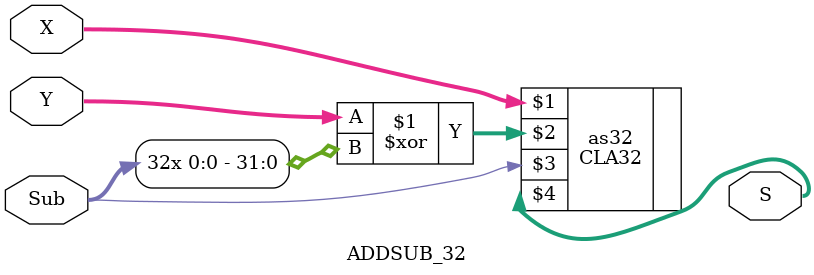
<source format=v>
`timescale 1ns / 1ps

module ADDSUB_32(X,Y,Sub,S);
    input [31:0]X,Y;
    input Sub;
    output [31:0]S;
    CLA32 as32(X,Y^{32{Sub}},Sub,S);
endmodule

</source>
